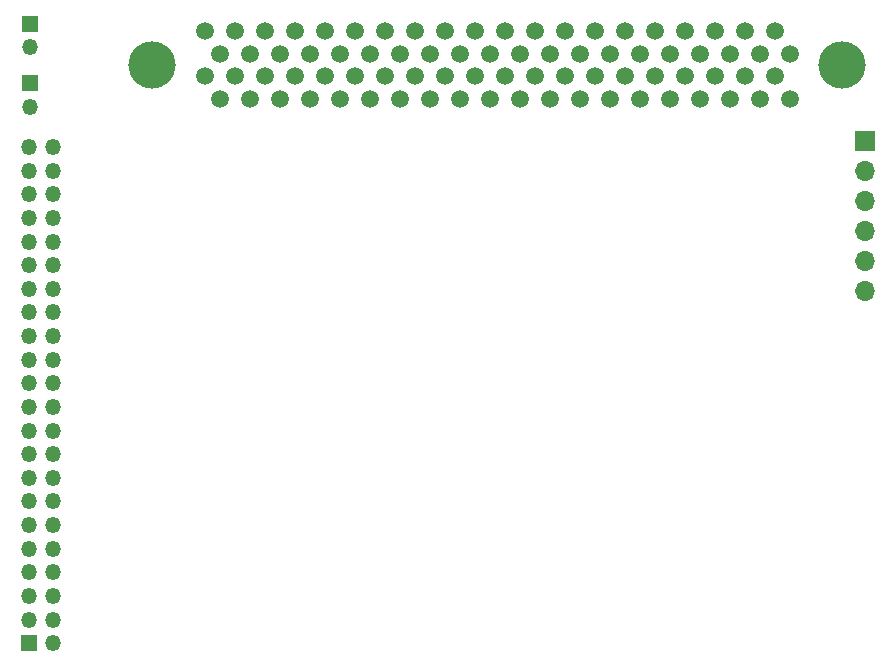
<source format=gbs>
G04 #@! TF.GenerationSoftware,KiCad,Pcbnew,6.0.6+dfsg-1~bpo11+1*
G04 #@! TF.CreationDate,2023-02-08T18:04:52+00:00*
G04 #@! TF.ProjectId,CIDER,43494445-522e-46b6-9963-61645f706362,rev?*
G04 #@! TF.SameCoordinates,Original*
G04 #@! TF.FileFunction,Soldermask,Bot*
G04 #@! TF.FilePolarity,Negative*
%FSLAX46Y46*%
G04 Gerber Fmt 4.6, Leading zero omitted, Abs format (unit mm)*
G04 Created by KiCad (PCBNEW 6.0.6+dfsg-1~bpo11+1) date 2023-02-08 18:04:52*
%MOMM*%
%LPD*%
G01*
G04 APERTURE LIST*
%ADD10R,1.700000X1.700000*%
%ADD11O,1.700000X1.700000*%
%ADD12R,1.350000X1.350000*%
%ADD13O,1.350000X1.350000*%
%ADD14C,4.000000*%
%ADD15C,1.500000*%
G04 APERTURE END LIST*
D10*
X178411400Y-105513600D03*
D11*
X178411400Y-108053600D03*
X178411400Y-110593600D03*
X178411400Y-113133600D03*
X178411400Y-115673600D03*
X178411400Y-118213600D03*
D12*
X107723200Y-100611400D03*
D13*
X107723200Y-102611400D03*
D12*
X107723200Y-95547400D03*
D13*
X107723200Y-97547400D03*
D14*
X176530000Y-99060000D03*
X118110000Y-99060000D03*
D15*
X122555000Y-100012500D03*
X122555000Y-96202500D03*
X123825000Y-101917500D03*
X123825000Y-98107500D03*
X125095000Y-100012500D03*
X125095000Y-96202500D03*
X126365000Y-101917500D03*
X126365000Y-98107500D03*
X127635000Y-100012500D03*
X127635000Y-96202500D03*
X128905000Y-101917500D03*
X128905000Y-98107500D03*
X130175000Y-100012500D03*
X130175000Y-96202500D03*
X131445000Y-101917500D03*
X131445000Y-98107500D03*
X132715000Y-100012500D03*
X132715000Y-96202500D03*
X133985000Y-101917500D03*
X133985000Y-98107500D03*
X135255000Y-100012500D03*
X135255000Y-96202500D03*
X136525000Y-101917500D03*
X136525000Y-98107500D03*
X137795000Y-100012500D03*
X137795000Y-96202500D03*
X139065000Y-101917500D03*
X139065000Y-98107500D03*
X140335000Y-100012500D03*
X140335000Y-96202500D03*
X141605000Y-101917500D03*
X141605000Y-98107500D03*
X142875000Y-100012500D03*
X142875000Y-96202500D03*
X144145000Y-101917500D03*
X144145000Y-98107500D03*
X145415000Y-100012500D03*
X145415000Y-96202500D03*
X146685000Y-101917500D03*
X146685000Y-98107500D03*
X147955000Y-100012500D03*
X147955000Y-96202500D03*
X149225000Y-101917500D03*
X149225000Y-98107500D03*
X150495000Y-100012500D03*
X150495000Y-96202500D03*
X151765000Y-101917500D03*
X151765000Y-98107500D03*
X153035000Y-100012500D03*
X153035000Y-96202500D03*
X154305000Y-101917500D03*
X154305000Y-98107500D03*
X155575000Y-100012500D03*
X155575000Y-96202500D03*
X156845000Y-101917500D03*
X156845000Y-98107500D03*
X158115000Y-100012500D03*
X158115000Y-96202500D03*
X159385000Y-101917500D03*
X159385000Y-98107500D03*
X160655000Y-100012500D03*
X160655000Y-96202500D03*
X161925000Y-101917500D03*
X161925000Y-98107500D03*
X163195000Y-100012500D03*
X163195000Y-96202500D03*
X164465000Y-101917500D03*
X164465000Y-98107500D03*
X165735000Y-100012500D03*
X165735000Y-96202500D03*
X167005000Y-101917500D03*
X167005000Y-98107500D03*
X168275000Y-100012500D03*
X168275000Y-96202500D03*
X169545000Y-101917500D03*
X169545000Y-98107500D03*
X170815000Y-100012500D03*
X170815000Y-96202500D03*
X172085000Y-101917500D03*
X172085000Y-98107500D03*
D12*
X107692500Y-148000000D03*
D13*
X109692500Y-148000000D03*
X107692500Y-146000000D03*
X109692500Y-146000000D03*
X107692500Y-144000000D03*
X109692500Y-144000000D03*
X107692500Y-142000000D03*
X109692500Y-142000000D03*
X107692500Y-140000000D03*
X109692500Y-140000000D03*
X107692500Y-138000000D03*
X109692500Y-138000000D03*
X107692500Y-136000000D03*
X109692500Y-136000000D03*
X107692500Y-134000000D03*
X109692500Y-134000000D03*
X107692500Y-132000000D03*
X109692500Y-132000000D03*
X107692500Y-130000000D03*
X109692500Y-130000000D03*
X107692500Y-128000000D03*
X109692500Y-128000000D03*
X107692500Y-126000000D03*
X109692500Y-126000000D03*
X107692500Y-124000000D03*
X109692500Y-124000000D03*
X107692500Y-122000000D03*
X109692500Y-122000000D03*
X107692500Y-120000000D03*
X109692500Y-120000000D03*
X107692500Y-118000000D03*
X109692500Y-118000000D03*
X107692500Y-116000000D03*
X109692500Y-116000000D03*
X107692500Y-114000000D03*
X109692500Y-114000000D03*
X107692500Y-112000000D03*
X109692500Y-112000000D03*
X107692500Y-110000000D03*
X109692500Y-110000000D03*
X107692500Y-108000000D03*
X109692500Y-108000000D03*
X107692500Y-106000000D03*
X109692500Y-106000000D03*
M02*

</source>
